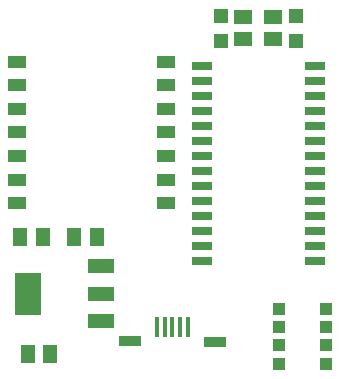
<source format=gtp>
G75*
%MOIN*%
%OFA0B0*%
%FSLAX25Y25*%
%IPPOS*%
%LPD*%
%AMOC8*
5,1,8,0,0,1.08239X$1,22.5*
%
%ADD10R,0.05118X0.05906*%
%ADD11R,0.06693X0.02559*%
%ADD12R,0.04724X0.04724*%
%ADD13R,0.06299X0.05118*%
%ADD14R,0.05906X0.03937*%
%ADD15R,0.08800X0.04800*%
%ADD16R,0.08661X0.14173*%
%ADD17R,0.01575X0.06890*%
%ADD18R,0.07600X0.03800*%
%ADD19R,0.03937X0.03937*%
%ADD20R,0.05118X0.06299*%
D10*
X0012360Y0013700D03*
X0019840Y0013700D03*
X0027960Y0052800D03*
X0035440Y0052800D03*
D11*
X0070481Y0054800D03*
X0070481Y0049800D03*
X0070481Y0044800D03*
X0070481Y0059800D03*
X0070481Y0064800D03*
X0070481Y0069800D03*
X0070481Y0074800D03*
X0070481Y0079800D03*
X0070481Y0084800D03*
X0070481Y0089800D03*
X0070481Y0094800D03*
X0070481Y0099800D03*
X0070481Y0104800D03*
X0070481Y0109800D03*
X0108119Y0109800D03*
X0108119Y0104800D03*
X0108119Y0099800D03*
X0108119Y0094800D03*
X0108119Y0089800D03*
X0108119Y0084800D03*
X0108119Y0079800D03*
X0108119Y0074800D03*
X0108119Y0069800D03*
X0108119Y0064800D03*
X0108119Y0059800D03*
X0108119Y0054800D03*
X0108119Y0049800D03*
X0108119Y0044800D03*
D12*
X0101800Y0118166D03*
X0101800Y0126434D03*
X0076800Y0126434D03*
X0076800Y0118166D03*
D13*
X0084300Y0118560D03*
X0084300Y0126040D03*
X0094300Y0126040D03*
X0094300Y0118560D03*
D14*
X0058434Y0111198D03*
X0058434Y0103324D03*
X0058434Y0095450D03*
X0058434Y0087576D03*
X0058434Y0079702D03*
X0058434Y0071828D03*
X0058434Y0063954D03*
X0008828Y0063954D03*
X0008828Y0071828D03*
X0008828Y0079702D03*
X0008828Y0087576D03*
X0008828Y0095450D03*
X0008828Y0103324D03*
X0008828Y0111198D03*
D15*
X0037000Y0042900D03*
X0037000Y0033800D03*
X0037000Y0024700D03*
D16*
X0012599Y0033800D03*
D17*
X0055482Y0022815D03*
X0058041Y0022815D03*
X0060600Y0022815D03*
X0063159Y0022815D03*
X0065718Y0022815D03*
D18*
X0074781Y0017868D03*
X0046404Y0017900D03*
D19*
X0096226Y0016650D03*
X0096226Y0022550D03*
X0096226Y0028850D03*
X0111974Y0028850D03*
X0111974Y0022550D03*
X0111974Y0016650D03*
X0111974Y0010350D03*
X0096226Y0010350D03*
D20*
X0017440Y0052800D03*
X0009960Y0052800D03*
M02*

</source>
